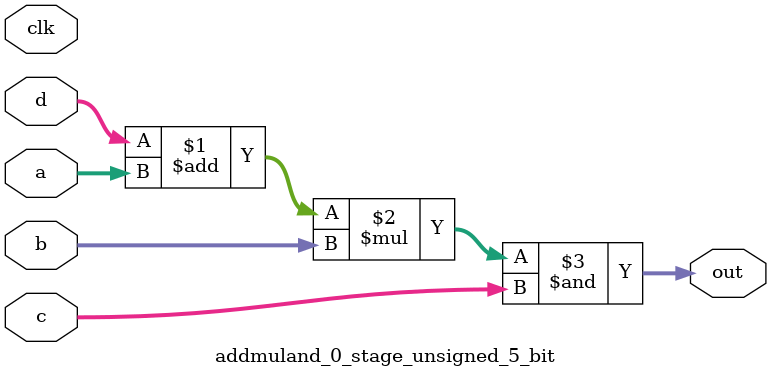
<source format=sv>
(* use_dsp = "yes" *) module addmuland_0_stage_unsigned_5_bit(
	input  [4:0] a,
	input  [4:0] b,
	input  [4:0] c,
	input  [4:0] d,
	output [4:0] out,
	input clk);

	assign out = ((d + a) * b) & c;
endmodule

</source>
